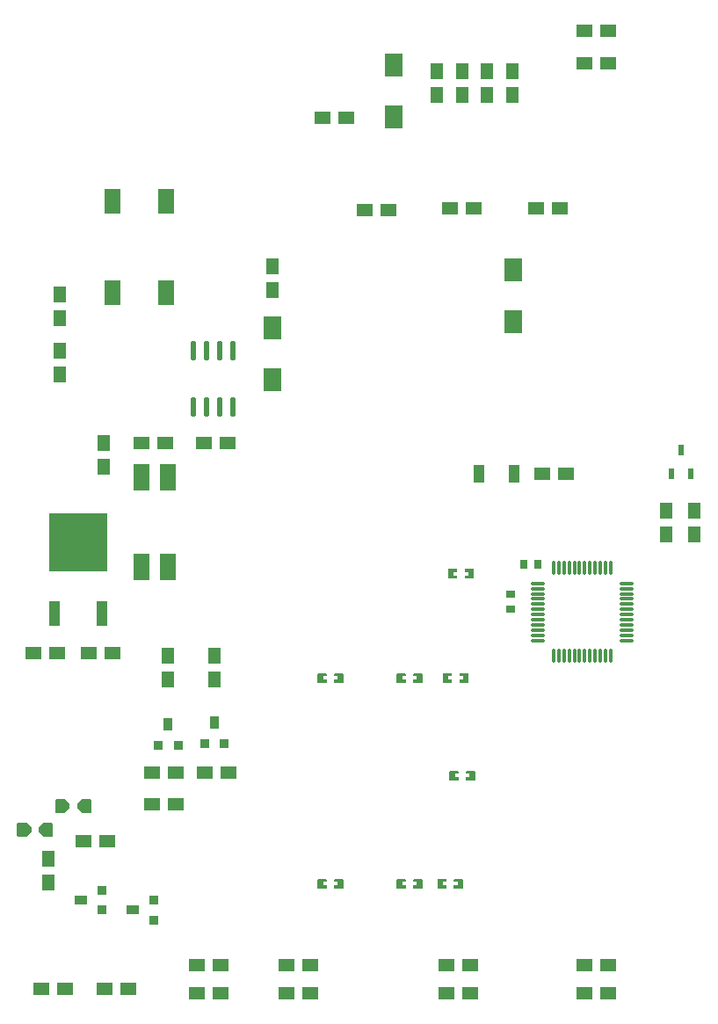
<source format=gtp>
G04*
G04 #@! TF.GenerationSoftware,Altium Limited,Altium Designer,20.2.6 (244)*
G04*
G04 Layer_Color=8421504*
%FSLAX25Y25*%
%MOIN*%
G70*
G04*
G04 #@! TF.SameCoordinates,9385ED74-4294-42B6-9646-82B243174D78*
G04*
G04*
G04 #@! TF.FilePolarity,Positive*
G04*
G01*
G75*
%ADD20R,0.06000X0.05000*%
%ADD21R,0.05000X0.06000*%
%ADD22R,0.03600X0.05000*%
%ADD23R,0.03600X0.03600*%
%ADD24R,0.06693X0.08661*%
%ADD25R,0.05925X0.09724*%
%ADD26R,0.02362X0.03937*%
%ADD27R,0.03543X0.03150*%
%ADD28R,0.03150X0.03543*%
%ADD29R,0.03600X0.03600*%
%ADD30R,0.05000X0.03600*%
%ADD31O,0.02238X0.07678*%
%ADD32R,0.05906X0.09843*%
%ADD33R,0.03853X0.09485*%
%ADD34R,0.21844X0.22485*%
%ADD35O,0.01063X0.05906*%
%ADD36O,0.05906X0.01063*%
%ADD37R,0.04331X0.06693*%
G36*
X154676Y228575D02*
Y227622D01*
X153219D01*
Y226323D01*
X154676D01*
Y225425D01*
X154479Y225228D01*
X151329D01*
X151132Y225425D01*
Y228575D01*
X151329Y228772D01*
X154479D01*
X154676Y228575D01*
D02*
G37*
G36*
X124642D02*
Y227622D01*
X123185D01*
Y226323D01*
X124642D01*
Y225425D01*
X124445Y225228D01*
X121295D01*
X121098Y225425D01*
Y228575D01*
X121295Y228772D01*
X124445D01*
X124642Y228575D01*
D02*
G37*
G36*
X130902Y228575D02*
Y225425D01*
X130705Y225228D01*
X127555D01*
X127358Y225425D01*
Y226378D01*
X128815D01*
Y227677D01*
X127358D01*
Y228575D01*
X127555Y228772D01*
X130705D01*
X130902Y228575D01*
D02*
G37*
G36*
X35331Y180766D02*
Y176238D01*
X34937Y175845D01*
X31704D01*
X29917Y177652D01*
Y179352D01*
X31704Y181159D01*
X34937D01*
X35331Y180766D01*
D02*
G37*
G36*
X27083Y179351D02*
Y177650D01*
X25296Y175843D01*
X22063D01*
X21669Y176236D01*
Y180764D01*
X22063Y181158D01*
X25296D01*
X27083Y179351D01*
D02*
G37*
G36*
X20831Y171764D02*
Y167236D01*
X20437Y166842D01*
X17204D01*
X15417Y168649D01*
Y170350D01*
X17204Y172157D01*
X20437D01*
X20831Y171764D01*
D02*
G37*
G36*
X12583Y170348D02*
Y168648D01*
X10796Y166841D01*
X7563D01*
X7169Y167234D01*
Y171762D01*
X7563Y172155D01*
X10796D01*
X12583Y170348D01*
D02*
G37*
G36*
X154676Y150575D02*
Y149622D01*
X153219D01*
Y148323D01*
X154676D01*
Y147425D01*
X154479Y147228D01*
X151329D01*
X151132Y147425D01*
Y150575D01*
X151329Y150772D01*
X154479D01*
X154676Y150575D01*
D02*
G37*
G36*
X124642D02*
Y149622D01*
X123185D01*
Y148323D01*
X124642D01*
Y147425D01*
X124445Y147228D01*
X121295D01*
X121098Y147425D01*
Y150575D01*
X121295Y150772D01*
X124445D01*
X124642Y150575D01*
D02*
G37*
G36*
X130902Y150575D02*
Y147425D01*
X130705Y147228D01*
X127555D01*
X127358Y147425D01*
Y148378D01*
X128815D01*
Y149677D01*
X127358D01*
Y150575D01*
X127555Y150772D01*
X130705D01*
X130902Y150575D01*
D02*
G37*
G36*
X160739Y150772D02*
X157589D01*
X157392Y150575D01*
Y149677D01*
X158849D01*
Y148378D01*
X157392D01*
Y147425D01*
X157589Y147228D01*
X160739D01*
X160936Y147425D01*
Y150575D01*
X160739Y150772D01*
D01*
D02*
G37*
G36*
X166761Y147228D02*
X169911D01*
X170108Y147425D01*
Y148323D01*
X168651D01*
Y149622D01*
X170108D01*
Y150575D01*
X169911Y150772D01*
X166761D01*
X166564Y150575D01*
Y147425D01*
X166761Y147228D01*
D01*
D02*
G37*
G36*
X176171Y150772D02*
X173021D01*
X172824Y150575D01*
Y149677D01*
X174281D01*
Y148378D01*
X172824D01*
Y147425D01*
X173021Y147228D01*
X176171D01*
X176368Y147425D01*
Y150575D01*
X176171Y150772D01*
D01*
D02*
G37*
G36*
X171295Y188228D02*
X174445D01*
X174642Y188425D01*
Y189323D01*
X173185D01*
Y190622D01*
X174642D01*
Y191575D01*
X174445Y191772D01*
X171295D01*
X171098Y191575D01*
Y188425D01*
X171295Y188228D01*
D01*
D02*
G37*
G36*
X180705Y191772D02*
X177555D01*
X177358Y191575D01*
Y190677D01*
X178815D01*
Y189378D01*
X177358D01*
Y188425D01*
X177555Y188228D01*
X180705D01*
X180902Y188425D01*
Y191575D01*
X180705Y191772D01*
D01*
D02*
G37*
G36*
X160739Y228772D02*
X157589D01*
X157392Y228575D01*
Y227677D01*
X158849D01*
Y226378D01*
X157392D01*
Y225425D01*
X157589Y225228D01*
X160739D01*
X160936Y225425D01*
Y228575D01*
X160739Y228772D01*
D01*
D02*
G37*
G36*
X168795Y225228D02*
X171945D01*
X172142Y225425D01*
Y226323D01*
X170685D01*
Y227622D01*
X172142D01*
Y228575D01*
X171945Y228772D01*
X168795D01*
X168598Y228575D01*
Y225425D01*
X168795Y225228D01*
D01*
D02*
G37*
G36*
X178205Y228772D02*
X175055D01*
X174858Y228575D01*
Y227677D01*
X176315D01*
Y226378D01*
X174858D01*
Y225425D01*
X175055Y225228D01*
X178205D01*
X178402Y225425D01*
Y228575D01*
X178205Y228772D01*
D01*
D02*
G37*
G36*
X170795Y264728D02*
X173945D01*
X174142Y264925D01*
Y265823D01*
X172685D01*
Y267122D01*
X174142D01*
Y268075D01*
X173945Y268272D01*
X170795D01*
X170598Y268075D01*
Y264925D01*
X170795Y264728D01*
D01*
D02*
G37*
G36*
X180205Y268272D02*
X177055D01*
X176858Y268075D01*
Y267177D01*
X178315D01*
Y265878D01*
X176858D01*
Y264925D01*
X177055Y264728D01*
X180205D01*
X180402Y264925D01*
Y268075D01*
X180205Y268272D01*
D01*
D02*
G37*
D20*
X13500Y236500D02*
D03*
X22500D02*
D03*
X87500Y191000D02*
D03*
X78500D02*
D03*
X67500Y179000D02*
D03*
X58500D02*
D03*
X67500Y191000D02*
D03*
X58500D02*
D03*
X222500Y107500D02*
D03*
X231500D02*
D03*
Y118000D02*
D03*
X222500D02*
D03*
X84500D02*
D03*
X75500D02*
D03*
X118500D02*
D03*
X109500D02*
D03*
X179000D02*
D03*
X170000D02*
D03*
X204000Y405000D02*
D03*
X213000D02*
D03*
X171500D02*
D03*
X180500D02*
D03*
X139000Y404500D02*
D03*
X148000D02*
D03*
X170000Y107500D02*
D03*
X179000D02*
D03*
X32500Y165000D02*
D03*
X41500D02*
D03*
X40500Y109000D02*
D03*
X49500D02*
D03*
X25500D02*
D03*
X16500D02*
D03*
X43500Y236500D02*
D03*
X34500D02*
D03*
X206500Y304500D02*
D03*
X215500D02*
D03*
X63500Y316000D02*
D03*
X54500D02*
D03*
X78000D02*
D03*
X87000D02*
D03*
X123000Y439500D02*
D03*
X132000D02*
D03*
X222500Y460000D02*
D03*
X231500D02*
D03*
Y472500D02*
D03*
X222500D02*
D03*
X118500Y107500D02*
D03*
X109500D02*
D03*
X84500D02*
D03*
X75500D02*
D03*
D21*
X19000Y149500D02*
D03*
Y158500D02*
D03*
X195000Y448000D02*
D03*
Y457000D02*
D03*
X264000Y281500D02*
D03*
Y290500D02*
D03*
X253500Y281500D02*
D03*
Y290500D02*
D03*
X64500Y235500D02*
D03*
Y226500D02*
D03*
X82000Y235500D02*
D03*
Y226500D02*
D03*
X104000Y383000D02*
D03*
X23500Y342000D02*
D03*
Y351000D02*
D03*
X40000Y307000D02*
D03*
Y316000D02*
D03*
X23500Y363500D02*
D03*
Y372500D02*
D03*
X104000Y374000D02*
D03*
X166500Y448000D02*
D03*
Y457000D02*
D03*
X176000D02*
D03*
Y448000D02*
D03*
X185500D02*
D03*
Y457000D02*
D03*
D22*
X82000Y210000D02*
D03*
X64500Y209500D02*
D03*
D23*
X85700Y202000D02*
D03*
X78200D02*
D03*
X60700Y201500D02*
D03*
X68200D02*
D03*
D24*
X150000Y459342D02*
D03*
Y439657D02*
D03*
X195500Y381842D02*
D03*
Y362157D02*
D03*
X104000Y340158D02*
D03*
Y359843D02*
D03*
D25*
X43461Y373138D02*
D03*
X63539D02*
D03*
X43461Y407862D02*
D03*
X63539D02*
D03*
D26*
X259000Y313528D02*
D03*
X262740Y304472D02*
D03*
X255260D02*
D03*
D27*
X194500Y253244D02*
D03*
Y258756D02*
D03*
D28*
X199244Y270000D02*
D03*
X204756D02*
D03*
D29*
X39500Y139000D02*
D03*
Y146500D02*
D03*
X59000Y135200D02*
D03*
Y142700D02*
D03*
D30*
X31500Y142800D02*
D03*
X51000Y139000D02*
D03*
D31*
X89000Y351150D02*
D03*
X84000D02*
D03*
X79000D02*
D03*
X74000D02*
D03*
Y329850D02*
D03*
X79000D02*
D03*
X84000D02*
D03*
X89000D02*
D03*
D32*
X54500Y303000D02*
D03*
X64500D02*
D03*
Y269142D02*
D03*
X54500D02*
D03*
D33*
X21485Y251541D02*
D03*
X39516Y251543D02*
D03*
D34*
X30500Y278500D02*
D03*
D35*
X232327Y268732D02*
D03*
X230358D02*
D03*
X228390D02*
D03*
X226421D02*
D03*
X224453D02*
D03*
X222484D02*
D03*
X220516D02*
D03*
X218547D02*
D03*
X216579D02*
D03*
X214610D02*
D03*
X212642D02*
D03*
X210673D02*
D03*
Y235268D02*
D03*
X212642D02*
D03*
X214610D02*
D03*
X216579D02*
D03*
X218547D02*
D03*
X220516D02*
D03*
X222484D02*
D03*
X224453D02*
D03*
X226421D02*
D03*
X228390D02*
D03*
X230358D02*
D03*
X232327D02*
D03*
D36*
X204768Y262827D02*
D03*
Y260858D02*
D03*
Y258890D02*
D03*
Y256921D02*
D03*
Y254953D02*
D03*
Y252984D02*
D03*
Y251016D02*
D03*
Y249047D02*
D03*
Y247079D02*
D03*
Y245110D02*
D03*
Y243142D02*
D03*
Y241173D02*
D03*
X238232D02*
D03*
Y243142D02*
D03*
Y245110D02*
D03*
Y247079D02*
D03*
Y249047D02*
D03*
Y251016D02*
D03*
Y252984D02*
D03*
Y254953D02*
D03*
Y256921D02*
D03*
Y258890D02*
D03*
Y260858D02*
D03*
Y262827D02*
D03*
D37*
X195693Y304500D02*
D03*
X182307D02*
D03*
M02*

</source>
